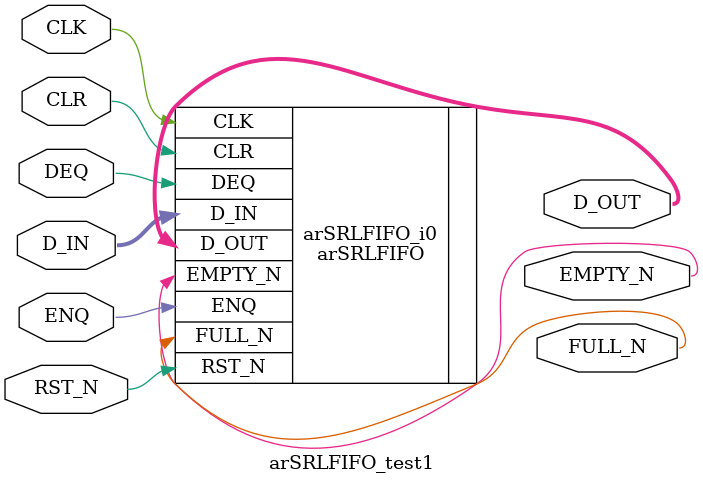
<source format=v>

module arSRLFIFO_test1 # (
  parameter  width    = 128,
  parameter  l2depth  = 4)
  (
  input              CLK,
  input              RST_N,
  input              CLR,
  input              ENQ,
  input              DEQ,
  output             FULL_N,
  output             EMPTY_N,
  input [width-1:0]  D_IN,
  output[width-1:0]  D_OUT
);

 arSRLFIFO # (
    .width    (width),
    .l2depth  (l2depth)
   )
 arSRLFIFO_i0 (
    .CLK      (CLK),
    .RST_N    (RST_N),
    .CLR      (CLR),
    .ENQ      (ENQ),
    .DEQ      (DEQ),
    .FULL_N   (FULL_N),
    .EMPTY_N  (EMPTY_N),
    .D_IN     (D_IN),
    .D_OUT    (D_OUT)
   );

endmodule

</source>
